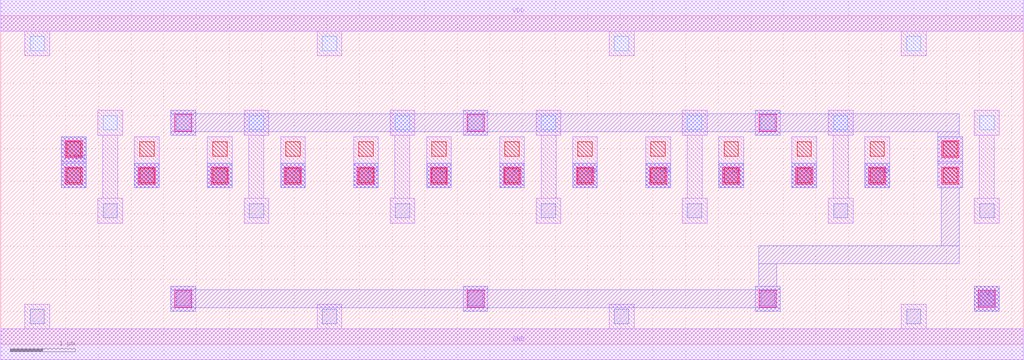
<source format=lef>
MACRO MUX6
 CLASS CORE ;
 FOREIGN MUX6 0 0 ;
 SIZE 15.68 BY 5.04 ;
 ORIGIN 0 0 ;
 SYMMETRY X Y R90 ;
 SITE unit ;
  PIN VDD
   DIRECTION INOUT ;
   USE POWER ;
   SHAPE ABUTMENT ;
    PORT
     CLASS CORE ;
       LAYER met1 ;
        RECT 0.00000000 4.80000000 15.68000000 5.28000000 ;
    END
  END VDD

  PIN GND
   DIRECTION INOUT ;
   USE POWER ;
   SHAPE ABUTMENT ;
    PORT
     CLASS CORE ;
       LAYER met1 ;
        RECT 0.00000000 -0.24000000 15.68000000 0.24000000 ;
    END
  END GND

  PIN Z
   DIRECTION INOUT ;
   USE SIGNAL ;
   SHAPE ABUTMENT ;
    PORT
     CLASS CORE ;
       LAYER met2 ;
        RECT 14.93000000 0.50700000 15.31000000 0.88700000 ;
    END
  END Z

  PIN S1
   DIRECTION INOUT ;
   USE SIGNAL ;
   SHAPE ABUTMENT ;
    PORT
     CLASS CORE ;
       LAYER met2 ;
        RECT 2.05000000 2.39700000 2.43000000 2.77700000 ;
    END
  END S1

  PIN IN0
   DIRECTION INOUT ;
   USE SIGNAL ;
   SHAPE ABUTMENT ;
    PORT
     CLASS CORE ;
       LAYER met2 ;
        RECT 4.29000000 2.39700000 4.67000000 2.77700000 ;
    END
  END IN0

  PIN S0
   DIRECTION INOUT ;
   USE SIGNAL ;
   SHAPE ABUTMENT ;
    PORT
     CLASS CORE ;
       LAYER met2 ;
        RECT 3.17000000 2.39700000 3.55000000 2.77700000 ;
    END
  END S0

  PIN IN1
   DIRECTION INOUT ;
   USE SIGNAL ;
   SHAPE ABUTMENT ;
    PORT
     CLASS CORE ;
       LAYER met2 ;
        RECT 0.93000000 2.39700000 1.31000000 3.18200000 ;
    END
  END IN1

  PIN IN3
   DIRECTION INOUT ;
   USE SIGNAL ;
   SHAPE ABUTMENT ;
    PORT
     CLASS CORE ;
       LAYER met2 ;
        RECT 5.41000000 2.39700000 5.79000000 2.77700000 ;
    END
  END IN3

  PIN IN5
   DIRECTION INOUT ;
   USE SIGNAL ;
   SHAPE ABUTMENT ;
    PORT
     CLASS CORE ;
       LAYER met2 ;
        RECT 9.89000000 2.39700000 10.27000000 2.77700000 ;
    END
  END IN5

  PIN IN4
   DIRECTION INOUT ;
   USE SIGNAL ;
   SHAPE ABUTMENT ;
    PORT
     CLASS CORE ;
       LAYER met2 ;
        RECT 8.77000000 2.39700000 9.15000000 2.77700000 ;
    END
  END IN4

  PIN S3
   DIRECTION INOUT ;
   USE SIGNAL ;
   SHAPE ABUTMENT ;
    PORT
     CLASS CORE ;
       LAYER met2 ;
        RECT 6.53000000 2.39700000 6.91000000 2.77700000 ;
    END
  END S3

  PIN IN2
   DIRECTION INOUT ;
   USE SIGNAL ;
   SHAPE ABUTMENT ;
    PORT
     CLASS CORE ;
       LAYER met2 ;
        RECT 13.25000000 2.39700000 13.63000000 2.77700000 ;
    END
  END IN2

  PIN S5
   DIRECTION INOUT ;
   USE SIGNAL ;
   SHAPE ABUTMENT ;
    PORT
     CLASS CORE ;
       LAYER met2 ;
        RECT 11.01000000 2.39700000 11.39000000 2.77700000 ;
    END
  END S5

  PIN S2
   DIRECTION INOUT ;
   USE SIGNAL ;
   SHAPE ABUTMENT ;
    PORT
     CLASS CORE ;
       LAYER met2 ;
        RECT 12.13000000 2.39700000 12.51000000 2.77700000 ;
    END
  END S2

  PIN S4
   DIRECTION INOUT ;
   USE SIGNAL ;
   SHAPE ABUTMENT ;
    PORT
     CLASS CORE ;
       LAYER met2 ;
        RECT 7.65000000 2.39700000 8.03000000 2.77700000 ;
    END
  END S4

 OBS
    LAYER polycont ;
     RECT 1.01000000 2.47700000 1.23000000 2.69700000 ;
     RECT 2.13000000 2.47700000 2.35000000 2.69700000 ;
     RECT 3.25000000 2.47700000 3.47000000 2.69700000 ;
     RECT 4.37000000 2.47700000 4.59000000 2.69700000 ;
     RECT 5.49000000 2.47700000 5.71000000 2.69700000 ;
     RECT 6.61000000 2.47700000 6.83000000 2.69700000 ;
     RECT 7.73000000 2.47700000 7.95000000 2.69700000 ;
     RECT 8.85000000 2.47700000 9.07000000 2.69700000 ;
     RECT 9.97000000 2.47700000 10.19000000 2.69700000 ;
     RECT 11.09000000 2.47700000 11.31000000 2.69700000 ;
     RECT 12.21000000 2.47700000 12.43000000 2.69700000 ;
     RECT 13.33000000 2.47700000 13.55000000 2.69700000 ;
     RECT 14.45000000 2.47700000 14.67000000 2.69700000 ;
     RECT 1.01000000 2.88200000 1.23000000 3.10200000 ;
     RECT 2.13000000 2.88200000 2.35000000 3.10200000 ;
     RECT 3.25000000 2.88200000 3.47000000 3.10200000 ;
     RECT 4.37000000 2.88200000 4.59000000 3.10200000 ;
     RECT 5.49000000 2.88200000 5.71000000 3.10200000 ;
     RECT 6.61000000 2.88200000 6.83000000 3.10200000 ;
     RECT 7.73000000 2.88200000 7.95000000 3.10200000 ;
     RECT 8.85000000 2.88200000 9.07000000 3.10200000 ;
     RECT 9.97000000 2.88200000 10.19000000 3.10200000 ;
     RECT 11.09000000 2.88200000 11.31000000 3.10200000 ;
     RECT 12.21000000 2.88200000 12.43000000 3.10200000 ;
     RECT 13.33000000 2.88200000 13.55000000 3.10200000 ;
     RECT 14.45000000 2.88200000 14.67000000 3.10200000 ;

    LAYER pdiffc ;
     RECT 1.57000000 3.28700000 1.79000000 3.50700000 ;
     RECT 2.69000000 3.28700000 2.91000000 3.50700000 ;
     RECT 3.81000000 3.28700000 4.03000000 3.50700000 ;
     RECT 6.05000000 3.28700000 6.27000000 3.50700000 ;
     RECT 7.17000000 3.28700000 7.39000000 3.50700000 ;
     RECT 8.29000000 3.28700000 8.51000000 3.50700000 ;
     RECT 10.53000000 3.28700000 10.75000000 3.50700000 ;
     RECT 11.65000000 3.28700000 11.87000000 3.50700000 ;
     RECT 12.77000000 3.28700000 12.99000000 3.50700000 ;
     RECT 15.01000000 3.28700000 15.23000000 3.50700000 ;
     RECT 0.45000000 4.50200000 0.67000000 4.72200000 ;
     RECT 4.93000000 4.50200000 5.15000000 4.72200000 ;
     RECT 9.41000000 4.50200000 9.63000000 4.72200000 ;
     RECT 13.89000000 4.50200000 14.11000000 4.72200000 ;

    LAYER ndiffc ;
     RECT 0.45000000 0.31700000 0.67000000 0.53700000 ;
     RECT 4.93000000 0.31700000 5.15000000 0.53700000 ;
     RECT 9.41000000 0.31700000 9.63000000 0.53700000 ;
     RECT 13.89000000 0.31700000 14.11000000 0.53700000 ;
     RECT 2.69000000 0.58700000 2.91000000 0.80700000 ;
     RECT 7.17000000 0.58700000 7.39000000 0.80700000 ;
     RECT 11.65000000 0.58700000 11.87000000 0.80700000 ;
     RECT 15.01000000 0.58700000 15.23000000 0.80700000 ;
     RECT 1.57000000 1.93700000 1.79000000 2.15700000 ;
     RECT 3.81000000 1.93700000 4.03000000 2.15700000 ;
     RECT 6.05000000 1.93700000 6.27000000 2.15700000 ;
     RECT 8.29000000 1.93700000 8.51000000 2.15700000 ;
     RECT 10.53000000 1.93700000 10.75000000 2.15700000 ;
     RECT 12.77000000 1.93700000 12.99000000 2.15700000 ;
     RECT 15.01000000 1.93700000 15.23000000 2.15700000 ;

    LAYER met1 ;
     RECT 0.00000000 -0.24000000 15.68000000 0.24000000 ;
     RECT 0.37000000 0.24000000 0.75000000 0.61700000 ;
     RECT 4.85000000 0.24000000 5.23000000 0.61700000 ;
     RECT 9.33000000 0.24000000 9.71000000 0.61700000 ;
     RECT 13.81000000 0.24000000 14.19000000 0.61700000 ;
     RECT 2.61000000 0.50700000 2.99000000 0.88700000 ;
     RECT 7.09000000 0.50700000 7.47000000 0.88700000 ;
     RECT 11.57000000 0.50700000 11.95000000 0.88700000 ;
     RECT 14.93000000 0.50700000 15.31000000 0.88700000 ;
     RECT 0.93000000 2.39700000 1.31000000 2.77700000 ;
     RECT 14.37000000 2.39700000 14.75000000 2.77700000 ;
     RECT 0.93000000 2.80200000 1.31000000 3.18200000 ;
     RECT 2.05000000 2.39700000 2.43000000 3.18200000 ;
     RECT 3.17000000 2.39700000 3.55000000 3.18200000 ;
     RECT 4.29000000 2.39700000 4.67000000 3.18200000 ;
     RECT 5.41000000 2.39700000 5.79000000 3.18200000 ;
     RECT 6.53000000 2.39700000 6.91000000 3.18200000 ;
     RECT 7.65000000 2.39700000 8.03000000 3.18200000 ;
     RECT 8.77000000 2.39700000 9.15000000 3.18200000 ;
     RECT 9.89000000 2.39700000 10.27000000 3.18200000 ;
     RECT 11.01000000 2.39700000 11.39000000 3.18200000 ;
     RECT 12.13000000 2.39700000 12.51000000 3.18200000 ;
     RECT 13.25000000 2.39700000 13.63000000 3.18200000 ;
     RECT 14.37000000 2.80200000 14.75000000 3.18200000 ;
     RECT 1.49000000 1.85700000 1.87000000 2.23700000 ;
     RECT 1.56500000 2.23700000 1.79500000 3.20700000 ;
     RECT 1.49000000 3.20700000 1.87000000 3.58700000 ;
     RECT 2.61000000 3.20700000 2.99000000 3.58700000 ;
     RECT 3.73000000 1.85700000 4.11000000 2.23700000 ;
     RECT 3.80500000 2.23700000 4.03500000 3.20700000 ;
     RECT 3.73000000 3.20700000 4.11000000 3.58700000 ;
     RECT 5.97000000 1.85700000 6.35000000 2.23700000 ;
     RECT 6.04500000 2.23700000 6.27500000 3.20700000 ;
     RECT 5.97000000 3.20700000 6.35000000 3.58700000 ;
     RECT 7.09000000 3.20700000 7.47000000 3.58700000 ;
     RECT 8.21000000 1.85700000 8.59000000 2.23700000 ;
     RECT 8.28500000 2.23700000 8.51500000 3.20700000 ;
     RECT 8.21000000 3.20700000 8.59000000 3.58700000 ;
     RECT 10.45000000 1.85700000 10.83000000 2.23700000 ;
     RECT 10.52500000 2.23700000 10.75500000 3.20700000 ;
     RECT 10.45000000 3.20700000 10.83000000 3.58700000 ;
     RECT 11.57000000 3.20700000 11.95000000 3.58700000 ;
     RECT 12.69000000 1.85700000 13.07000000 2.23700000 ;
     RECT 12.76500000 2.23700000 12.99500000 3.20700000 ;
     RECT 12.69000000 3.20700000 13.07000000 3.58700000 ;
     RECT 14.93000000 1.85700000 15.31000000 2.23700000 ;
     RECT 15.00500000 2.23700000 15.23500000 3.20700000 ;
     RECT 14.93000000 3.20700000 15.31000000 3.58700000 ;
     RECT 0.37000000 4.42200000 0.75000000 4.80000000 ;
     RECT 4.85000000 4.42200000 5.23000000 4.80000000 ;
     RECT 9.33000000 4.42200000 9.71000000 4.80000000 ;
     RECT 13.81000000 4.42200000 14.19000000 4.80000000 ;
     RECT 0.00000000 4.80000000 15.68000000 5.28000000 ;

    LAYER via1 ;
     RECT 2.67000000 0.56700000 2.93000000 0.82700000 ;
     RECT 7.15000000 0.56700000 7.41000000 0.82700000 ;
     RECT 11.63000000 0.56700000 11.89000000 0.82700000 ;
     RECT 14.99000000 0.56700000 15.25000000 0.82700000 ;
     RECT 0.99000000 2.45700000 1.25000000 2.71700000 ;
     RECT 2.11000000 2.45700000 2.37000000 2.71700000 ;
     RECT 3.23000000 2.45700000 3.49000000 2.71700000 ;
     RECT 4.35000000 2.45700000 4.61000000 2.71700000 ;
     RECT 5.47000000 2.45700000 5.73000000 2.71700000 ;
     RECT 6.59000000 2.45700000 6.85000000 2.71700000 ;
     RECT 7.71000000 2.45700000 7.97000000 2.71700000 ;
     RECT 8.83000000 2.45700000 9.09000000 2.71700000 ;
     RECT 9.95000000 2.45700000 10.21000000 2.71700000 ;
     RECT 11.07000000 2.45700000 11.33000000 2.71700000 ;
     RECT 12.19000000 2.45700000 12.45000000 2.71700000 ;
     RECT 13.31000000 2.45700000 13.57000000 2.71700000 ;
     RECT 14.43000000 2.45700000 14.69000000 2.71700000 ;
     RECT 0.99000000 2.86200000 1.25000000 3.12200000 ;
     RECT 14.43000000 2.86200000 14.69000000 3.12200000 ;
     RECT 2.67000000 3.26700000 2.93000000 3.52700000 ;
     RECT 7.15000000 3.26700000 7.41000000 3.52700000 ;
     RECT 11.63000000 3.26700000 11.89000000 3.52700000 ;

    LAYER met2 ;
     RECT 14.93000000 0.50700000 15.31000000 0.88700000 ;
     RECT 2.05000000 2.39700000 2.43000000 2.77700000 ;
     RECT 3.17000000 2.39700000 3.55000000 2.77700000 ;
     RECT 4.29000000 2.39700000 4.67000000 2.77700000 ;
     RECT 5.41000000 2.39700000 5.79000000 2.77700000 ;
     RECT 6.53000000 2.39700000 6.91000000 2.77700000 ;
     RECT 7.65000000 2.39700000 8.03000000 2.77700000 ;
     RECT 8.77000000 2.39700000 9.15000000 2.77700000 ;
     RECT 9.89000000 2.39700000 10.27000000 2.77700000 ;
     RECT 11.01000000 2.39700000 11.39000000 2.77700000 ;
     RECT 12.13000000 2.39700000 12.51000000 2.77700000 ;
     RECT 13.25000000 2.39700000 13.63000000 2.77700000 ;
     RECT 0.93000000 2.39700000 1.31000000 3.18200000 ;
     RECT 2.61000000 0.50700000 2.99000000 0.55700000 ;
     RECT 7.09000000 0.50700000 7.47000000 0.55700000 ;
     RECT 11.57000000 0.50700000 11.95000000 0.55700000 ;
     RECT 2.61000000 0.55700000 11.95000000 0.83700000 ;
     RECT 2.61000000 0.83700000 2.99000000 0.88700000 ;
     RECT 7.09000000 0.83700000 7.47000000 0.88700000 ;
     RECT 11.57000000 0.83700000 11.95000000 0.88700000 ;
     RECT 11.62000000 0.88700000 11.90000000 1.23200000 ;
     RECT 11.62000000 1.23200000 14.70000000 1.51200000 ;
     RECT 14.42000000 1.51200000 14.70000000 2.39700000 ;
     RECT 14.37000000 2.39700000 14.75000000 3.18200000 ;
     RECT 2.61000000 3.20700000 2.99000000 3.25700000 ;
     RECT 7.09000000 3.20700000 7.47000000 3.25700000 ;
     RECT 11.57000000 3.20700000 11.95000000 3.25700000 ;
     RECT 14.37000000 3.18200000 14.70000000 3.25700000 ;
     RECT 2.61000000 3.25700000 14.70000000 3.53700000 ;
     RECT 2.61000000 3.53700000 2.99000000 3.58700000 ;
     RECT 7.09000000 3.53700000 7.47000000 3.58700000 ;
     RECT 11.57000000 3.53700000 11.95000000 3.58700000 ;

 END
END MUX6

</source>
